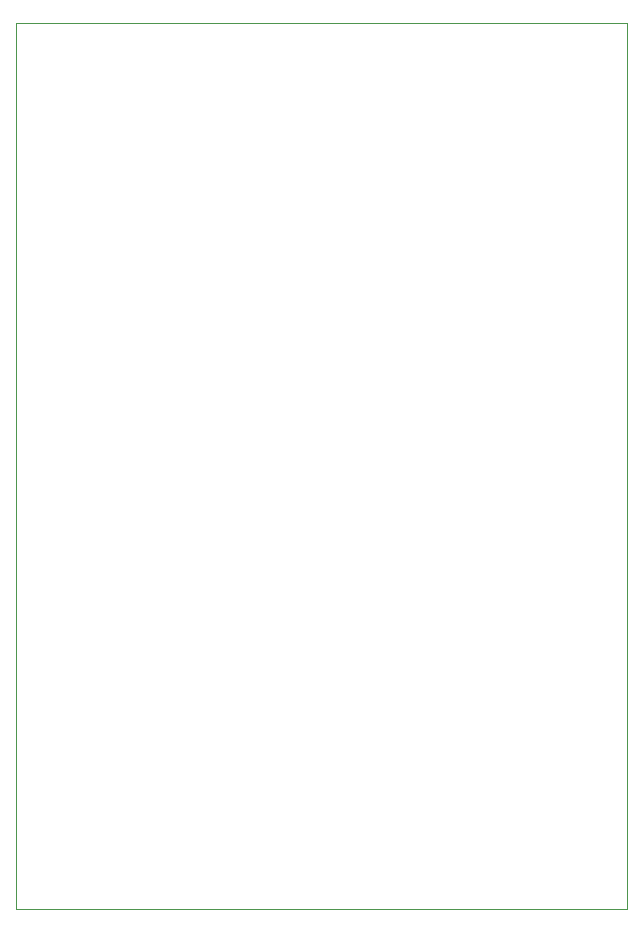
<source format=gm1>
G04 #@! TF.GenerationSoftware,KiCad,Pcbnew,8.0.2+dfsg-1*
G04 #@! TF.CreationDate,2024-06-12T08:48:23-04:00*
G04 #@! TF.ProjectId,relay_board,72656c61-795f-4626-9f61-72642e6b6963,rev?*
G04 #@! TF.SameCoordinates,Original*
G04 #@! TF.FileFunction,Profile,NP*
%FSLAX46Y46*%
G04 Gerber Fmt 4.6, Leading zero omitted, Abs format (unit mm)*
G04 Created by KiCad (PCBNEW 8.0.2+dfsg-1) date 2024-06-12 08:48:23*
%MOMM*%
%LPD*%
G01*
G04 APERTURE LIST*
G04 #@! TA.AperFunction,Profile*
%ADD10C,0.100000*%
G04 #@! TD*
G04 APERTURE END LIST*
D10*
X130000000Y-144000000D02*
X181711600Y-144018000D01*
X130000000Y-144000000D02*
X130000000Y-69000000D01*
X181711600Y-144018000D02*
X181711600Y-68986400D01*
X130000000Y-69000000D02*
X181711600Y-68986400D01*
M02*

</source>
